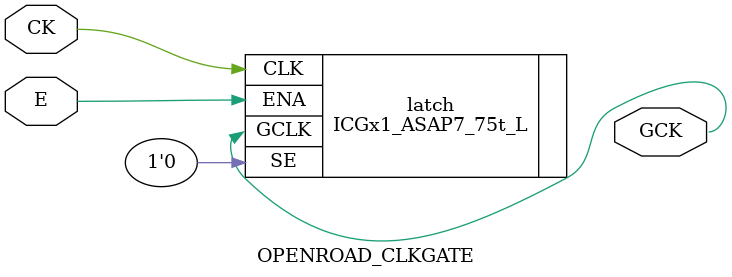
<source format=v>
module OPENROAD_CLKGATE (CK, E, GCK);
  input CK;
  input E;
  output GCK;

ICGx1_ASAP7_75t_L latch ( .CLK(CK), .ENA(E), .SE(1'b0), .GCLK(GCK) );

endmodule

</source>
